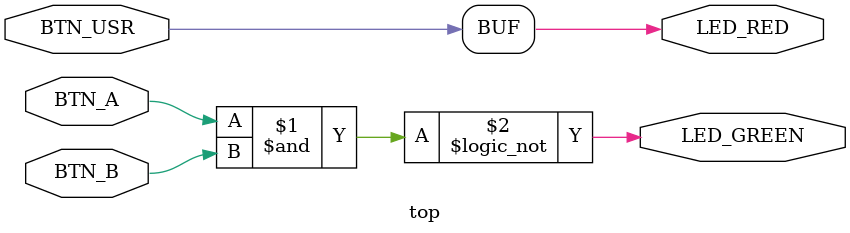
<source format=v>
module top (
        input BTN_A,
        input BTN_B,
        input BTN_USR,

        output LED_RED,
        output LED_GREEN);

        assign LED_GREEN = !(BTN_A & BTN_B);
        assign LED_RED = BTN_USR;

endmodule



</source>
